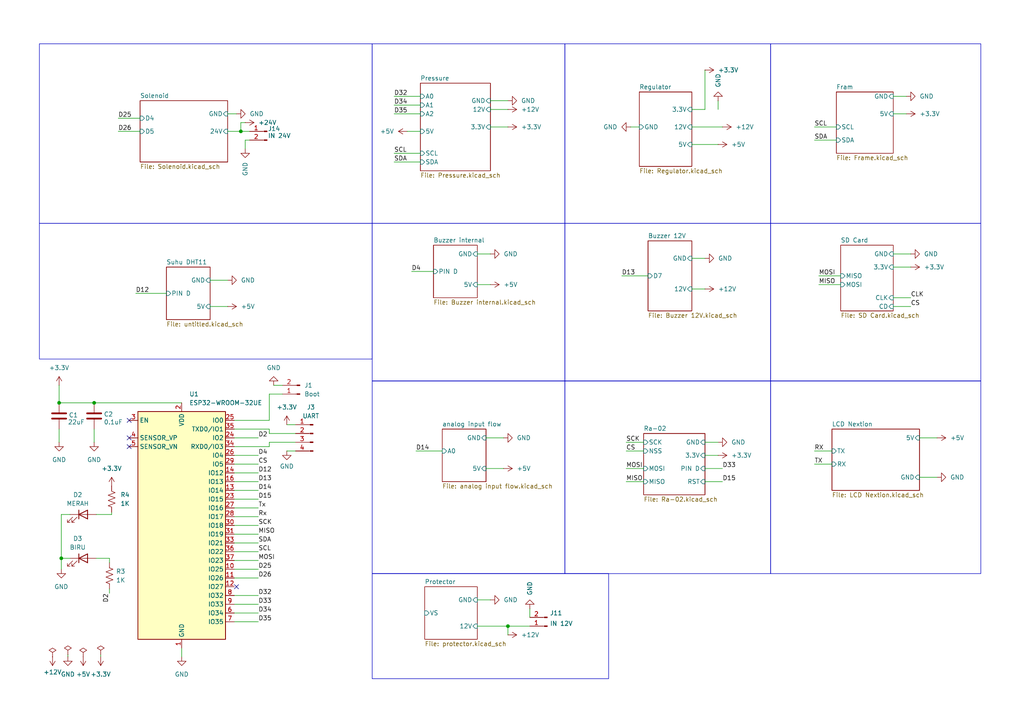
<source format=kicad_sch>
(kicad_sch (version 20231120) (generator "eeschema") (generator_version "8.0")
  (paper "A4")
  (lib_symbols
    (symbol "Connector:Conn_01x02_Pin" (pin_names (offset 1.016) hide)
      (property "Reference" "J" (at 0 2.54 0))
      (property "Value" "Conn_01x02_Pin" (at 0 -5.08 0))
      (symbol "Conn_01x02_Pin_1_1"
        (polyline (pts (xy 1.27 -2.54) (xy 0.8636 -2.54)) (stroke (width 0.1524)))
        (polyline (pts (xy 1.27 0) (xy 0.8636 0)) (stroke (width 0.1524)))
        (rectangle (start 0.8636 -2.413) (end 0 -2.667) (stroke (width 0.1524)) (fill (type outline)))
        (rectangle (start 0.8636 0.127) (end 0 -0.127) (stroke (width 0.1524)) (fill (type outline)))
        (pin passive line (at 5.08 0 180) (length 3.81) (name "Pin_1") (number "1"))
        (pin passive line (at 5.08 -2.54 180) (length 3.81) (name "Pin_2") (number "2"))
      )
    )
    (symbol "Connector:Conn_01x04_Pin" (pin_names (offset 1.016) hide)
      (property "Reference" "J" (at 0 5.08 0))
      (property "Value" "Conn_01x04_Pin" (at 0 -7.62 0))
      (symbol "Conn_01x04_Pin_1_1"
        (polyline (pts (xy 1.27 -5.08) (xy 0.8636 -5.08)) (stroke (width 0.1524)))
        (polyline (pts (xy 1.27 -2.54) (xy 0.8636 -2.54)) (stroke (width 0.1524)))
        (polyline (pts (xy 1.27 0) (xy 0.8636 0)) (stroke (width 0.1524)))
        (polyline (pts (xy 1.27 2.54) (xy 0.8636 2.54)) (stroke (width 0.1524)))
        (rectangle (start 0.8636 -4.953) (end 0 -5.207) (stroke (width 0.1524)) (fill (type outline)))
        (rectangle (start 0.8636 -2.413) (end 0 -2.667) (stroke (width 0.1524)) (fill (type outline)))
        (rectangle (start 0.8636 0.127) (end 0 -0.127) (stroke (width 0.1524)) (fill (type outline)))
        (rectangle (start 0.8636 2.667) (end 0 2.413) (stroke (width 0.1524)) (fill (type outline)))
        (pin passive line (at 5.08 2.54 180) (length 3.81) (name "Pin_1") (number "1"))
        (pin passive line (at 5.08 0 180) (length 3.81) (name "Pin_2") (number "2"))
        (pin passive line (at 5.08 -2.54 180) (length 3.81) (name "Pin_3") (number "3"))
        (pin passive line (at 5.08 -5.08 180) (length 3.81) (name "Pin_4") (number "4"))
      )
    )
    (symbol "Device:C" (pin_numbers hide) (pin_names (offset 0.254))
      (property "Reference" "C" (at 0.635 2.54 0))
      (property "Value" "C" (at 0.635 -2.54 0))
      (symbol "C_0_1"
        (polyline (pts (xy -2.032 -0.762) (xy 2.032 -0.762)) (stroke (width 0.508)))
        (polyline (pts (xy -2.032 0.762) (xy 2.032 0.762)) (stroke (width 0.508)))
      )
      (symbol "C_1_1"
        (pin passive line (at 0 3.81 270) (length 2.794) (name "~") (number "1"))
        (pin passive line (at 0 -3.81 90) (length 2.794) (name "~") (number "2"))
      )
    )
    (symbol "Device:LED" (pin_numbers hide) (pin_names (offset 1.016) hide)
      (property "Reference" "D" (at 0 2.54 0))
      (property "Value" "LED" (at 0 -2.54 0))
      (symbol "LED_0_1"
        (polyline (pts (xy -1.27 -1.27) (xy -1.27 1.27)) (stroke (width 0.254)))
        (polyline (pts (xy -1.27 0) (xy 1.27 0)))
        (polyline (pts (xy 1.27 -1.27) (xy 1.27 1.27) (xy -1.27 0) (xy 1.27 -1.27)) (stroke (width 0.254)))
        (polyline (pts (xy -3.048 -0.762) (xy -4.572 -2.286) (xy -3.81 -2.286) (xy -4.572 -2.286) (xy -4.572 -1.524)))
        (polyline (pts (xy -1.778 -0.762) (xy -3.302 -2.286) (xy -2.54 -2.286) (xy -3.302 -2.286) (xy -3.302 -1.524)))
      )
      (symbol "LED_1_1"
        (pin passive line (at -3.81 0 0) (length 2.54) (name "K") (number "1"))
        (pin passive line (at 3.81 0 180) (length 2.54) (name "A") (number "2"))
      )
    )
    (symbol "Device:R_US" (pin_numbers hide) (pin_names (offset 0))
      (property "Reference" "R" (at 2.54 0 90))
      (property "Value" "R_US" (at -2.54 0 90))
      (symbol "R_US_0_1"
        (polyline (pts (xy 0 -2.286) (xy 0 -2.54)))
        (polyline (pts (xy 0 2.286) (xy 0 2.54)))
        (polyline (pts (xy 0 -0.762) (xy 1.016 -1.143) (xy 0 -1.524) (xy -1.016 -1.905) (xy 0 -2.286)))
        (polyline (pts (xy 0 0.762) (xy 1.016 0.381) (xy 0 0) (xy -1.016 -0.381) (xy 0 -0.762)))
        (polyline (pts (xy 0 2.286) (xy 1.016 1.905) (xy 0 1.524) (xy -1.016 1.143) (xy 0 0.762)))
      )
      (symbol "R_US_1_1"
        (pin passive line (at 0 3.81 270) (length 1.27) (name "~") (number "1"))
        (pin passive line (at 0 -3.81 90) (length 1.27) (name "~") (number "2"))
      )
    )
    (symbol "RF_Module:ESP32-WROOM-32UE"
      (property "Reference" "U" (at -12.7 34.29 0))
      (property "Value" "ESP32-WROOM-32UE" (at 1.27 34.29 0))
      (symbol "ESP32-WROOM-32UE_0_1"
        (rectangle (start -12.7 33.02) (end 12.7 -33.02) (stroke (width 0.254)) (fill (type background)))
      )
      (symbol "ESP32-WROOM-32UE_1_1"
        (pin power_in line (at 0 -35.56 90) (length 2.54) (name "GND") (number "1"))
        (pin bidirectional line (at 15.24 -12.7 180) (length 2.54) (name "IO25") (number "10"))
        (pin bidirectional line (at 15.24 -15.24 180) (length 2.54) (name "IO26") (number "11"))
        (pin bidirectional line (at 15.24 -17.78 180) (length 2.54) (name "IO27") (number "12"))
        (pin bidirectional line (at 15.24 10.16 180) (length 2.54) (name "IO14") (number "13"))
        (pin bidirectional line (at 15.24 15.24 180) (length 2.54) (name "IO12") (number "14"))
        (pin passive line (at 0 -35.56 90) (length 2.54) hide (name "GND") (number "15"))
        (pin bidirectional line (at 15.24 12.7 180) (length 2.54) (name "IO13") (number "16"))
        (pin no_connect line (at -12.7 -5.08 0) (length 2.54) hide (name "NC") (number "17"))
        (pin no_connect line (at -12.7 -7.62 0) (length 2.54) hide (name "NC") (number "18"))
        (pin no_connect line (at -12.7 -12.7 0) (length 2.54) hide (name "NC") (number "19"))
        (pin power_in line (at 0 35.56 270) (length 2.54) (name "VDD") (number "2"))
        (pin no_connect line (at -12.7 -10.16 0) (length 2.54) hide (name "NC") (number "20"))
        (pin no_connect line (at -12.7 0 0) (length 2.54) hide (name "NC") (number "21"))
        (pin no_connect line (at -12.7 -2.54 0) (length 2.54) hide (name "NC") (number "22"))
        (pin bidirectional line (at 15.24 7.62 180) (length 2.54) (name "IO15") (number "23"))
        (pin bidirectional line (at 15.24 25.4 180) (length 2.54) (name "IO2") (number "24"))
        (pin bidirectional line (at 15.24 30.48 180) (length 2.54) (name "IO0") (number "25"))
        (pin bidirectional line (at 15.24 20.32 180) (length 2.54) (name "IO4") (number "26"))
        (pin bidirectional line (at 15.24 5.08 180) (length 2.54) (name "IO16") (number "27"))
        (pin bidirectional line (at 15.24 2.54 180) (length 2.54) (name "IO17") (number "28"))
        (pin bidirectional line (at 15.24 17.78 180) (length 2.54) (name "IO5") (number "29"))
        (pin input line (at -15.24 30.48 0) (length 2.54) (name "EN") (number "3"))
        (pin bidirectional line (at 15.24 0 180) (length 2.54) (name "IO18") (number "30"))
        (pin bidirectional line (at 15.24 -2.54 180) (length 2.54) (name "IO19") (number "31"))
        (pin no_connect line (at -12.7 -27.94 0) (length 2.54) hide (name "NC") (number "32"))
        (pin bidirectional line (at 15.24 -5.08 180) (length 2.54) (name "IO21") (number "33"))
        (pin bidirectional line (at 15.24 22.86 180) (length 2.54) (name "RXD0/IO3") (number "34"))
        (pin bidirectional line (at 15.24 27.94 180) (length 2.54) (name "TXD0/IO1") (number "35"))
        (pin bidirectional line (at 15.24 -7.62 180) (length 2.54) (name "IO22") (number "36"))
        (pin bidirectional line (at 15.24 -10.16 180) (length 2.54) (name "IO23") (number "37"))
        (pin passive line (at 0 -35.56 90) (length 2.54) hide (name "GND") (number "38"))
        (pin passive line (at 0 -35.56 90) (length 2.54) hide (name "GND") (number "39"))
        (pin input line (at -15.24 25.4 0) (length 2.54) (name "SENSOR_VP") (number "4"))
        (pin input line (at -15.24 22.86 0) (length 2.54) (name "SENSOR_VN") (number "5"))
        (pin input line (at 15.24 -25.4 180) (length 2.54) (name "IO34") (number "6"))
        (pin input line (at 15.24 -27.94 180) (length 2.54) (name "IO35") (number "7"))
        (pin bidirectional line (at 15.24 -20.32 180) (length 2.54) (name "IO32") (number "8"))
        (pin bidirectional line (at 15.24 -22.86 180) (length 2.54) (name "IO33") (number "9"))
      )
    )
    (symbol "power:+12V" (power) (pin_numbers hide) (pin_names (offset 0) hide)
      (property "Value" "+12V" (at 0 3.556 0))
      (symbol "+12V_0_1"
        (polyline (pts (xy -0.762 1.27) (xy 0 2.54)))
        (polyline (pts (xy 0 0) (xy 0 2.54)))
        (polyline (pts (xy 0 2.54) (xy 0.762 1.27)))
      )
      (symbol "+12V_1_1"
        (pin power_in line (at 0 0 90) (length 0) (name "~") (number "1"))
      )
    )
    (symbol "power:+3.3V" (power) (pin_numbers hide) (pin_names (offset 0) hide)
      (property "Value" "+3.3V" (at 0 3.556 0))
      (symbol "+3.3V_0_1"
        (polyline (pts (xy -0.762 1.27) (xy 0 2.54)))
        (polyline (pts (xy 0 0) (xy 0 2.54)))
        (polyline (pts (xy 0 2.54) (xy 0.762 1.27)))
      )
      (symbol "+3.3V_1_1"
        (pin power_in line (at 0 0 90) (length 0) (name "~") (number "1"))
      )
    )
    (symbol "power:+5V" (power) (pin_numbers hide) (pin_names (offset 0) hide)
      (property "Value" "+5V" (at 0 3.556 0))
      (symbol "+5V_0_1"
        (polyline (pts (xy -0.762 1.27) (xy 0 2.54)))
        (polyline (pts (xy 0 0) (xy 0 2.54)))
        (polyline (pts (xy 0 2.54) (xy 0.762 1.27)))
      )
      (symbol "+5V_1_1"
        (pin power_in line (at 0 0 90) (length 0) (name "~") (number "1"))
      )
    )
    (symbol "power:GND" (power) (pin_numbers hide) (pin_names (offset 0) hide)
      (property "Value" "GND" (at 0 -3.81 0))
      (symbol "GND_0_1"
        (polyline (pts (xy 0 0) (xy 0 -1.27) (xy 1.27 -1.27) (xy 0 -2.54) (xy -1.27 -1.27) (xy 0 -1.27)))
      )
      (symbol "GND_1_1"
        (pin power_in line (at 0 0 270) (length 0) (name "~") (number "1"))
      )
    )
    (symbol "power:PWR_FLAG" (power) (pin_numbers hide) (pin_names (offset 0) hide)
      (property "Value" "PWR_FLAG" (at 0 3.81 0))
      (symbol "PWR_FLAG_0_0"
        (pin power_out line (at 0 0 90) (length 0) (name "~") (number "1"))
      )
      (symbol "PWR_FLAG_0_1"
        (polyline (pts (xy 0 0) (xy 0 1.27) (xy -1.016 1.905) (xy 0 2.54) (xy 1.016 1.905) (xy 0 1.27)))
      )
    )
  )
  (junction (at 69.85 38.1))
  (junction (at 17.145 116.84))
  (junction (at 27.305 116.84))
  (junction (at 147.32 181.61))
  (junction (at 17.78 161.925))
  (no_connect (at 37.465 129.54))
  (no_connect (at 37.465 127))
  (no_connect (at 68.58 170.18))
  (no_connect (at 37.465 121.92))
  (wire (pts (xy 17.145 124.46) (xy 17.145 128.27)))
  (wire (pts (xy 66.04 38.1) (xy 69.85 38.1)))
  (wire (pts (xy 78.105 128.27) (xy 85.725 128.27)))
  (wire (pts (xy 114.3 46.99) (xy 121.92 46.99)))
  (wire (pts (xy 259.08 77.47) (xy 264.16 77.47)))
  (wire (pts (xy 39.37 85.09) (xy 48.26 85.09)))
  (wire (pts (xy 236.22 40.64) (xy 242.57 40.64)))
  (wire (pts (xy 66.04 33.02) (xy 68.58 33.02)))
  (wire (pts (xy 142.24 36.83) (xy 147.32 36.83)))
  (wire (pts (xy 34.29 34.29) (xy 40.64 34.29)))
  (wire (pts (xy 200.66 74.93) (xy 204.47 74.93)))
  (wire (pts (xy 138.43 181.61) (xy 147.32 181.61)))
  (wire (pts (xy 204.47 139.7) (xy 209.55 139.7)))
  (wire (pts (xy 67.945 180.34) (xy 74.93 180.34)))
  (wire (pts (xy 181.61 139.7) (xy 186.69 139.7)))
  (wire (pts (xy 31.75 163.195) (xy 31.75 161.925)))
  (wire (pts (xy 200.66 36.83) (xy 209.55 36.83)))
  (wire (pts (xy 114.3 33.02) (xy 121.92 33.02)))
  (wire (pts (xy 78.105 124.46) (xy 78.105 125.73)))
  (wire (pts (xy 29.21 189.865) (xy 29.21 190.5)))
  (wire (pts (xy 259.08 88.9) (xy 264.16 88.9)))
  (wire (pts (xy 138.43 173.99) (xy 142.24 173.99)))
  (wire (pts (xy 67.945 172.72) (xy 74.93 172.72)))
  (wire (pts (xy 52.705 187.96) (xy 52.705 190.5)))
  (wire (pts (xy 71.12 43.18) (xy 71.12 40.64)))
  (wire (pts (xy 259.08 86.36) (xy 264.16 86.36)))
  (wire (pts (xy 69.85 38.1) (xy 72.39 38.1)))
  (wire (pts (xy 67.945 144.78) (xy 74.93 144.78)))
  (wire (pts (xy 182.88 36.83) (xy 185.42 36.83)))
  (wire (pts (xy 266.7 138.43) (xy 271.78 138.43)))
  (wire (pts (xy 114.3 27.94) (xy 121.92 27.94)))
  (wire (pts (xy 17.145 111.76) (xy 17.145 116.84)))
  (wire (pts (xy 71.12 40.64) (xy 72.39 40.64)))
  (wire (pts (xy 120.65 130.81) (xy 128.27 130.81)))
  (wire (pts (xy 78.105 128.27) (xy 78.105 129.54)))
  (wire (pts (xy 236.22 130.81) (xy 241.3 130.81)))
  (wire (pts (xy 67.945 157.48) (xy 74.93 157.48)))
  (wire (pts (xy 200.66 31.75) (xy 204.47 31.75)))
  (wire (pts (xy 60.96 81.28) (xy 66.04 81.28)))
  (wire (pts (xy 114.3 44.45) (xy 121.92 44.45)))
  (wire (pts (xy 27.305 124.46) (xy 27.305 128.27)))
  (wire (pts (xy 140.97 127) (xy 146.05 127)))
  (wire (pts (xy 200.66 41.91) (xy 208.28 41.91)))
  (wire (pts (xy 71.12 35.56) (xy 69.85 35.56)))
  (wire (pts (xy 81.915 114.3) (xy 78.105 114.3)))
  (wire (pts (xy 19.685 189.865) (xy 19.685 190.5)))
  (wire (pts (xy 85.725 123.19) (xy 83.185 123.19)))
  (wire (pts (xy 83.185 130.81) (xy 85.725 130.81)))
  (wire (pts (xy 67.945 124.46) (xy 78.105 124.46)))
  (wire (pts (xy 266.7 127) (xy 271.78 127)))
  (wire (pts (xy 78.105 121.92) (xy 67.945 121.92)))
  (wire (pts (xy 17.78 161.925) (xy 17.78 165.1)))
  (wire (pts (xy 67.945 162.56) (xy 74.93 162.56)))
  (wire (pts (xy 67.945 149.86) (xy 74.93 149.86)))
  (wire (pts (xy 119.38 78.74) (xy 125.73 78.74)))
  (wire (pts (xy 67.945 154.94) (xy 74.93 154.94)))
  (wire (pts (xy 259.08 33.02) (xy 262.89 33.02)))
  (wire (pts (xy 181.61 128.27) (xy 186.69 128.27)))
  (wire (pts (xy 67.945 160.02) (xy 74.93 160.02)))
  (wire (pts (xy 204.47 31.75) (xy 204.47 20.32)))
  (wire (pts (xy 78.105 129.54) (xy 67.945 129.54)))
  (wire (pts (xy 237.49 82.55) (xy 243.84 82.55)))
  (wire (pts (xy 204.47 135.89) (xy 209.55 135.89)))
  (wire (pts (xy 236.22 134.62) (xy 241.3 134.62)))
  (wire (pts (xy 204.47 128.27) (xy 208.28 128.27)))
  (wire (pts (xy 236.22 36.83) (xy 242.57 36.83)))
  (wire (pts (xy 114.3 30.48) (xy 121.92 30.48)))
  (wire (pts (xy 142.24 31.75) (xy 147.32 31.75)))
  (wire (pts (xy 180.34 80.01) (xy 187.96 80.01)))
  (wire (pts (xy 67.945 177.8) (xy 74.93 177.8)))
  (wire (pts (xy 67.945 137.16) (xy 74.93 137.16)))
  (wire (pts (xy 31.75 161.925) (xy 27.94 161.925)))
  (wire (pts (xy 118.11 38.1) (xy 121.92 38.1)))
  (wire (pts (xy 67.945 132.08) (xy 74.93 132.08)))
  (wire (pts (xy 67.945 165.1) (xy 74.93 165.1)))
  (wire (pts (xy 67.945 152.4) (xy 74.93 152.4)))
  (wire (pts (xy 31.75 172.085) (xy 31.75 170.815)))
  (wire (pts (xy 153.67 176.53) (xy 153.67 179.07)))
  (wire (pts (xy 32.385 149.225) (xy 27.94 149.225)))
  (wire (pts (xy 140.97 135.89) (xy 146.05 135.89)))
  (wire (pts (xy 142.24 29.21) (xy 147.32 29.21)))
  (wire (pts (xy 34.29 38.1) (xy 40.64 38.1)))
  (wire (pts (xy 138.43 73.66) (xy 142.24 73.66)))
  (wire (pts (xy 147.32 181.61) (xy 153.67 181.61)))
  (wire (pts (xy 67.945 134.62) (xy 74.93 134.62)))
  (wire (pts (xy 17.78 161.925) (xy 20.32 161.925)))
  (wire (pts (xy 259.08 27.94) (xy 262.89 27.94)))
  (wire (pts (xy 181.61 135.89) (xy 186.69 135.89)))
  (wire (pts (xy 259.08 73.66) (xy 264.16 73.66)))
  (wire (pts (xy 147.32 181.61) (xy 147.32 184.15)))
  (wire (pts (xy 67.945 139.7) (xy 74.93 139.7)))
  (wire (pts (xy 60.96 88.9) (xy 66.04 88.9)))
  (wire (pts (xy 67.945 127) (xy 74.93 127)))
  (wire (pts (xy 138.43 82.55) (xy 142.24 82.55)))
  (wire (pts (xy 208.28 29.21) (xy 208.28 31.75)))
  (wire (pts (xy 67.945 167.64) (xy 74.93 167.64)))
  (wire (pts (xy 67.945 175.26) (xy 74.93 175.26)))
  (wire (pts (xy 78.105 114.3) (xy 78.105 121.92)))
  (wire (pts (xy 17.145 116.84) (xy 27.305 116.84)))
  (wire (pts (xy 74.93 142.24) (xy 67.945 142.24)))
  (wire (pts (xy 79.375 111.76) (xy 81.915 111.76)))
  (wire (pts (xy 204.47 132.08) (xy 208.28 132.08)))
  (wire (pts (xy 181.61 130.81) (xy 186.69 130.81)))
  (wire (pts (xy 32.385 148.59) (xy 32.385 149.225)))
  (wire (pts (xy 27.305 116.84) (xy 52.705 116.84)))
  (wire (pts (xy 200.66 83.82) (xy 204.47 83.82)))
  (wire (pts (xy 20.32 149.225) (xy 17.78 149.225)))
  (wire (pts (xy 69.85 35.56) (xy 69.85 38.1)))
  (wire (pts (xy 67.945 147.32) (xy 74.93 147.32)))
  (wire (pts (xy 237.49 80.01) (xy 243.84 80.01)))
  (wire (pts (xy 78.105 125.73) (xy 85.725 125.73)))
  (wire (pts (xy 17.78 149.225) (xy 17.78 161.925)))
  (rectangle (start 163.83 110.49) (end 223.52 166.37))
  (rectangle (start 223.52 12.7) (end 284.48 64.77))
  (rectangle (start 11.43 64.77) (end 107.95 104.14))
  (rectangle (start 107.95 64.77) (end 163.83 110.49))
  (rectangle (start 223.52 110.49) (end 284.48 166.37))
  (rectangle (start 11.43 12.7) (end 107.95 64.77))
  (rectangle (start 163.83 12.7) (end 223.52 64.77))
  (rectangle (start 107.95 110.49) (end 163.83 166.37))
  (rectangle (start 107.95 166.37) (end 176.53 196.85))
  (rectangle (start 107.95 12.7) (end 163.83 64.77))
  (rectangle (start 163.83 64.77) (end 223.52 110.49))
  (rectangle (start 223.52 64.77) (end 284.48 110.49))
  (label "D4" (at 119.38 78.74 0))
  (label "Tx" (at 74.93 147.32 0))
  (label "MISO" (at 181.61 139.7 0))
  (label "D26" (at 34.29 38.1 0))
  (label "D35" (at 74.93 180.34 0))
  (label "SCL" (at 114.3 44.45 0))
  (label "MOSI" (at 74.93 162.56 0))
  (label "SCK" (at 181.61 128.27 0))
  (label "SDA" (at 236.22 40.64 0))
  (label "CS" (at 264.16 88.9 0))
  (label "D13" (at 180.34 80.01 0))
  (label "SCL" (at 74.93 160.02 0))
  (label "CS" (at 74.93 134.62 0))
  (label "SDA" (at 114.3 46.99 0))
  (label "D32" (at 114.3 27.94 0))
  (label "D14" (at 74.93 142.24 0))
  (label "D25" (at 34.29 34.29 0))
  (label "MISO" (at 237.49 82.55 0))
  (label "D14" (at 120.65 130.81 0))
  (label "D4" (at 74.93 132.08 0))
  (label "D35" (at 114.3 33.02 0))
  (label "SDA" (at 74.93 157.48 0))
  (label "D15" (at 209.55 139.7 0))
  (label "D26" (at 74.93 167.64 0))
  (label "CLK" (at 264.16 86.36 0))
  (label "D34" (at 114.3 30.48 0))
  (label "D12" (at 39.37 85.09 0))
  (label "TX" (at 236.22 134.62 0))
  (label "SCL" (at 236.22 36.83 0))
  (label "MISO" (at 74.93 154.94 0))
  (label "D33" (at 209.55 135.89 0))
  (label "D25" (at 74.93 165.1 0))
  (label "CS" (at 181.61 130.81 0))
  (label "MOSI" (at 237.49 80.01 0))
  (label "Rx" (at 74.93 149.86 0))
  (label "D13" (at 74.93 139.7 0))
  (label "D12" (at 74.93 137.16 0))
  (label "RX" (at 236.22 130.81 0))
  (label "D33" (at 74.93 175.26 0))
  (label "D32" (at 74.93 172.72 0))
  (label "D2" (at 31.75 172.085 270))
  (label "D15" (at 74.93 144.78 0))
  (label "MOSI" (at 181.61 135.89 0))
  (label "D34" (at 74.93 177.8 0))
  (label "D2" (at 74.93 127 0))
  (label "SCK" (at 74.93 152.4 0))
  (symbol (lib_id "power:PWR_FLAG") (at 24.13 190.5 0) (unit 1)
    (property "Reference" "#FLG03" (effects (hide yes)))
    (property "Value" "PWR_FLAG" (effects (hide yes)))
    (property "Description" "Special symbol for telling ERC where power comes from" (effects (hide yes)))
  )
  (symbol (lib_id "Connector:Conn_01x02_Pin") (at 86.995 114.3 180) (unit 1)
    (property "Reference" "J1" (at 88.265 111.7599 0) (effects (justify right)))
    (property "Value" "Boot" (at 88.265 114.2999 0) (effects (justify right)))
    (property "Footprint" "Connector_PinHeader_2.54mm:PinHeader_1x02_P2.54mm_Vertical" (effects (hide yes)))
    (property "Description" "Generic connector, single row, 01x02, script generated" (effects (hide yes)))
  )
  (symbol (lib_id "power:GND") (at 66.04 81.28 90) (unit 1)
    (property "Reference" "#PWR034" (effects (hide yes)))
    (property "Value" "GND" (at 69.85 81.2799 90) (effects (justify right)))
    (property "Description" "Power symbol creates a global label with name \"GND\" , ground" (effects (hide yes)))
  )
  (symbol (lib_id "Device:C") (at 17.145 120.65 0) (unit 1)
    (property "Reference" "C1" (at 19.939 120.396 0) (effects (justify left)))
    (property "Value" "22uF" (at 19.685 122.428 0) (effects (justify left)))
    (property "Footprint" "Capacitor_SMD:C_0504_1310Metric_Pad0.83x1.28mm_HandSolder" (effects (hide yes)))
    (property "Description" "Unpolarized capacitor" (effects (hide yes)))
  )
  (symbol (lib_id "power:GND") (at 17.78 165.1 0) (unit 1)
    (property "Reference" "#PWR04" (effects (hide yes)))
    (property "Value" "GND" (at 17.78 170.18 0))
    (property "Description" "Power symbol creates a global label with name \"GND\" , ground" (effects (hide yes)))
  )
  (symbol (lib_id "power:PWR_FLAG") (at 19.685 189.865 0) (unit 1)
    (property "Reference" "#FLG02" (effects (hide yes)))
    (property "Value" "PWR_FLAG" (effects (hide yes)))
    (property "Description" "Special symbol for telling ERC where power comes from" (effects (hide yes)))
  )
  (symbol (lib_id "Device:R_US") (at 31.75 167.005 0) (unit 1)
    (property "Reference" "R3" (at 33.655 165.7349 0) (effects (justify left)))
    (property "Value" "1K" (at 33.655 168.2749 0) (effects (justify left)))
    (property "Footprint" "Resistor_SMD:R_0402_1005Metric_Pad0.72x0.64mm_HandSolder" (effects (hide yes)))
    (property "Description" "Resistor, US symbol" (effects (hide yes)))
  )
  (symbol (lib_id "power:+3.3V") (at 208.28 132.08 270) (unit 1)
    (property "Reference" "#PWR015" (effects (hide yes)))
    (property "Value" "+3.3V" (at 212.09 132.0799 90) (effects (justify left)))
    (property "Description" "Power symbol creates a global label with name \"+3.3V\"" (effects (hide yes)))
  )
  (symbol (lib_id "power:GND") (at 271.78 138.43 90) (unit 1)
    (property "Reference" "#PWR022" (effects (hide yes)))
    (property "Value" "GND" (at 275.59 138.4299 90) (effects (justify right)))
    (property "Description" "Power symbol creates a global label with name \"GND\" , ground" (effects (hide yes)))
  )
  (symbol (lib_id "power:GND") (at 204.47 74.93 90) (unit 1)
    (property "Reference" "#PWR036" (effects (hide yes)))
    (property "Value" "GND" (at 208.28 74.9299 90) (effects (justify right)))
    (property "Description" "Power symbol creates a global label with name \"GND\" , ground" (effects (hide yes)))
  )
  (symbol (lib_id "power:+3.3V") (at 264.16 77.47 270) (unit 1)
    (property "Reference" "#PWR026" (effects (hide yes)))
    (property "Value" "+3.3V" (at 267.97 77.4699 90) (effects (justify left)))
    (property "Description" "Power symbol creates a global label with name \"+3.3V\"" (effects (hide yes)))
  )
  (symbol (lib_id "power:GND") (at 71.12 43.18 0) (unit 1)
    (property "Reference" "#PWR045" (effects (hide yes)))
    (property "Value" "GND" (at 71.1201 46.99 90) (effects (justify right)))
    (property "Description" "Power symbol creates a global label with name \"GND\" , ground" (effects (hide yes)))
  )
  (symbol (lib_id "power:+5V") (at 209.55 36.83 270) (unit 1)
    (property "Reference" "#PWR033" (effects (hide yes)))
    (property "Value" "+12V" (at 213.36 36.8299 90) (effects (justify left)))
    (property "Description" "Power symbol creates a global label with name \"+5V\"" (effects (hide yes)))
  )
  (symbol (lib_id "power:GND") (at 17.145 128.27 0) (unit 1)
    (property "Reference" "#PWR03" (effects (hide yes)))
    (property "Value" "GND" (at 17.145 133.35 0))
    (property "Description" "Power symbol creates a global label with name \"GND\" , ground" (effects (hide yes)))
  )
  (symbol (lib_id "power:GND") (at 208.28 128.27 90) (unit 1)
    (property "Reference" "#PWR014" (effects (hide yes)))
    (property "Value" "GND" (at 212.09 128.2699 90) (effects (justify right)))
    (property "Description" "Power symbol creates a global label with name \"GND\" , ground" (effects (hide yes)))
  )
  (symbol (lib_id "power:GND") (at 146.05 127 90) (unit 1)
    (property "Reference" "#PWR038" (effects (hide yes)))
    (property "Value" "GND" (at 149.86 126.9999 90) (effects (justify right)))
    (property "Description" "Power symbol creates a global label with name \"GND\" , ground" (effects (hide yes)))
  )
  (symbol (lib_id "power:GND") (at 52.705 190.5 0) (unit 1)
    (property "Reference" "#PWR010" (effects (hide yes)))
    (property "Value" "GND" (at 52.705 195.58 0))
    (property "Description" "Power symbol creates a global label with name \"GND\" , ground" (effects (hide yes)))
  )
  (symbol (lib_id "power:GND") (at 142.24 73.66 90) (unit 1)
    (property "Reference" "#PWR024" (effects (hide yes)))
    (property "Value" "GND" (at 146.05 73.6599 90) (effects (justify right)))
    (property "Description" "Power symbol creates a global label with name \"GND\" , ground" (effects (hide yes)))
  )
  (symbol (lib_id "power:+5V") (at 208.28 41.91 270) (unit 1)
    (property "Reference" "#PWR032" (effects (hide yes)))
    (property "Value" "+5V" (at 212.09 41.9099 90) (effects (justify left)))
    (property "Description" "Power symbol creates a global label with name \"+5V\"" (effects (hide yes)))
  )
  (symbol (lib_id "Connector:Conn_01x02_Pin") (at 158.75 181.61 180) (unit 1)
    (property "Reference" "J11" (at 161.29 177.8 0))
    (property "Value" "IN 12V" (at 162.814 180.848 0))
    (property "Footprint" "Connector_JST:JST_EH_B2B-EH-A_1x02_P2.50mm_Vertical" (effects (hide yes)))
    (property "Description" "Generic connector, single row, 01x02, script generated" (effects (hide yes)))
  )
  (symbol (lib_id "power:+5V") (at 146.05 135.89 270) (unit 1)
    (property "Reference" "#PWR039" (effects (hide yes)))
    (property "Value" "+5V" (at 149.86 135.8899 90) (effects (justify left)))
    (property "Description" "Power symbol creates a global label with name \"+5V\"" (effects (hide yes)))
  )
  (symbol (lib_id "power:+5V") (at 147.32 31.75 270) (unit 1)
    (property "Reference" "#PWR043" (effects (hide yes)))
    (property "Value" "+12V" (at 151.13 31.7499 90) (effects (justify left)))
    (property "Description" "Power symbol creates a global label with name \"+5V\"" (effects (hide yes)))
  )
  (symbol (lib_id "Device:LED") (at 24.13 161.925 0) (unit 1)
    (property "Reference" "D3" (at 22.5425 156.21 0))
    (property "Value" "BIRU" (at 22.5425 158.75 0))
    (property "Footprint" "LED_SMD:LED_0402_1005Metric_Pad0.77x0.64mm_HandSolder" (effects (hide yes)))
    (property "Description" "Light emitting diode" (effects (hide yes)))
  )
  (symbol (lib_id "power:GND") (at 19.685 190.5 0) (unit 1)
    (property "Reference" "#PWR05" (effects (hide yes)))
    (property "Value" "GND" (at 19.685 195.58 0))
    (property "Description" "Power symbol creates a global label with name \"GND\" , ground" (effects (hide yes)))
  )
  (symbol (lib_id "power:GND") (at 27.305 128.27 0) (unit 1)
    (property "Reference" "#PWR07" (effects (hide yes)))
    (property "Value" "GND" (at 27.305 133.35 0))
    (property "Description" "Power symbol creates a global label with name \"GND\" , ground" (effects (hide yes)))
  )
  (symbol (lib_id "RF_Module:ESP32-WROOM-32UE") (at 52.705 152.4 0) (unit 1)
    (property "Reference" "U1" (at 54.8991 114.3 0) (effects (justify left)))
    (property "Value" "ESP32-WROOM-32UE" (at 54.8991 116.84 0) (effects (justify left)))
    (property "Footprint" "RF_Module:ESP32-WROOM-32UE" (effects (hide yes)))
    (property "Datasheet" "https://www.espressif.com/sites/default/files/documentation/esp32-wroom-32e_esp32-wroom-32ue_datasheet_en.pdf" (effects (hide yes)))
    (property "Description" "RF Module, ESP32-D0WD-V3 SoC, without PSRAM, Wi-Fi 802.11b/g/n, Bluetooth, BLE, 32-bit, 2.7-3.6V, external antenna, SMD" (effects (hide yes)))
  )
  (symbol (lib_id "power:+3.3V") (at 83.185 123.19 0) (unit 1)
    (property "Reference" "#PWR012" (effects (hide yes)))
    (property "Value" "+3.3V" (at 83.185 118.11 0))
    (property "Description" "Power symbol creates a global label with name \"+3.3V\"" (effects (hide yes)))
  )
  (symbol (lib_id "power:GND") (at 208.28 29.21 0) (mirror x) (unit 1)
    (property "Reference" "#PWR030" (effects (hide yes)))
    (property "Value" "GND" (at 208.2801 25.4 90) (effects (justify right)))
    (property "Description" "Power symbol creates a global label with name \"GND\" , ground" (effects (hide yes)))
  )
  (symbol (lib_id "power:GND") (at 264.16 73.66 90) (unit 1)
    (property "Reference" "#PWR025" (effects (hide yes)))
    (property "Value" "GND" (at 267.97 73.6599 90) (effects (justify right)))
    (property "Description" "Power symbol creates a global label with name \"GND\" , ground" (effects (hide yes)))
  )
  (symbol (lib_id "power:+3.3V") (at 204.47 20.32 270) (unit 1)
    (property "Reference" "#PWR031" (effects (hide yes)))
    (property "Value" "+3.3V" (at 208.28 20.3199 90) (effects (justify left)))
    (property "Description" "Power symbol creates a global label with name \"+3.3V\"" (effects (hide yes)))
  )
  (symbol (lib_id "power:+3.3V") (at 147.32 36.83 270) (unit 1)
    (property "Reference" "#PWR041" (effects (hide yes)))
    (property "Value" "+3.3V" (at 151.13 36.8299 90) (effects (justify left)))
    (property "Description" "Power symbol creates a global label with name \"+3.3V\"" (effects (hide yes)))
  )
  (symbol (lib_id "power:+3.3V") (at 17.145 111.76 0) (unit 1)
    (property "Reference" "#PWR02" (effects (hide yes)))
    (property "Value" "+3.3V" (at 17.145 106.68 0))
    (property "Description" "Power symbol creates a global label with name \"+3.3V\"" (effects (hide yes)))
  )
  (symbol (lib_id "power:+5V") (at 118.11 38.1 90) (mirror x) (unit 1)
    (property "Reference" "#PWR042" (effects (hide yes)))
    (property "Value" "+5V" (at 114.3 38.0999 90) (effects (justify left)))
    (property "Description" "Power symbol creates a global label with name \"+5V\"" (effects (hide yes)))
  )
  (symbol (lib_id "Device:LED") (at 24.13 149.225 0) (unit 1)
    (property "Reference" "D2" (at 22.5425 143.51 0))
    (property "Value" "MERAH" (at 22.5425 146.05 0))
    (property "Footprint" "LED_SMD:LED_0402_1005Metric_Pad0.77x0.64mm_HandSolder" (effects (hide yes)))
    (property "Description" "Light emitting diode" (effects (hide yes)))
  )
  (symbol (lib_id "power:GND") (at 147.32 29.21 90) (unit 1)
    (property "Reference" "#PWR040" (effects (hide yes)))
    (property "Value" "GND" (at 151.13 29.2099 90) (effects (justify right)))
    (property "Description" "Power symbol creates a global label with name \"GND\" , ground" (effects (hide yes)))
  )
  (symbol (lib_id "power:+5V") (at 204.47 83.82 270) (unit 1)
    (property "Reference" "#PWR037" (effects (hide yes)))
    (property "Value" "+12V" (at 208.28 83.8199 90) (effects (justify left)))
    (property "Description" "Power symbol creates a global label with name \"+5V\"" (effects (hide yes)))
  )
  (symbol (lib_id "power:+3.3V") (at 32.385 140.97 0) (unit 1)
    (property "Reference" "#PWR09" (effects (hide yes)))
    (property "Value" "+3.3V" (at 32.385 135.89 0))
    (property "Description" "Power symbol creates a global label with name \"+3.3V\"" (effects (hide yes)))
  )
  (symbol (lib_id "Connector:Conn_01x04_Pin") (at 90.805 125.73 0) (mirror y) (unit 1)
    (property "Reference" "J3" (at 90.17 118.11 0))
    (property "Value" "UART" (at 90.17 120.65 0))
    (property "Footprint" "Connector_PinHeader_1.27mm:PinHeader_1x04_P1.27mm_Vertical" (effects (hide yes)))
    (property "Description" "Generic connector, single row, 01x04, script generated" (effects (hide yes)))
  )
  (symbol (lib_id "power:+12V") (at 147.32 184.15 270) (unit 1)
    (property "Reference" "#PWR048" (effects (hide yes)))
    (property "Value" "+12V" (at 151.13 184.1499 90) (effects (justify left)))
    (property "Description" "Power symbol creates a global label with name \"+12V\"" (effects (hide yes)))
  )
  (symbol (lib_id "power:GND") (at 142.24 173.99 90) (unit 1)
    (property "Reference" "#PWR047" (effects (hide yes)))
    (property "Value" "GND" (at 146.05 173.9899 90) (effects (justify right)))
    (property "Description" "Power symbol creates a global label with name \"GND\" , ground" (effects (hide yes)))
  )
  (symbol (lib_id "power:GND") (at 83.185 130.81 0) (unit 1)
    (property "Reference" "#PWR013" (effects (hide yes)))
    (property "Value" "GND" (at 83.185 135.255 0))
    (property "Description" "Power symbol creates a global label with name \"GND\" , ground" (effects (hide yes)))
  )
  (symbol (lib_id "power:+5V") (at 66.04 88.9 270) (unit 1)
    (property "Reference" "#PWR035" (effects (hide yes)))
    (property "Value" "+5V" (at 69.85 88.8999 90) (effects (justify left)))
    (property "Description" "Power symbol creates a global label with name \"+5V\"" (effects (hide yes)))
  )
  (symbol (lib_id "power:+5V") (at 24.13 190.5 180) (unit 1)
    (property "Reference" "#PWR06" (effects (hide yes)))
    (property "Value" "+5V" (at 24.13 195.58 0))
    (property "Description" "Power symbol creates a global label with name \"+5V\"" (effects (hide yes)))
  )
  (symbol (lib_id "Device:R_US") (at 32.385 144.78 0) (unit 1)
    (property "Reference" "R4" (at 34.925 143.5099 0) (effects (justify left)))
    (property "Value" "1K" (at 34.925 146.0499 0) (effects (justify left)))
    (property "Footprint" "Resistor_SMD:R_0402_1005Metric_Pad0.72x0.64mm_HandSolder" (effects (hide yes)))
    (property "Description" "Resistor, US symbol" (effects (hide yes)))
  )
  (symbol (lib_id "power:+5V") (at 142.24 82.55 270) (unit 1)
    (property "Reference" "#PWR023" (effects (hide yes)))
    (property "Value" "+5V" (at 146.05 82.5499 90) (effects (justify left)))
    (property "Description" "Power symbol creates a global label with name \"+5V\"" (effects (hide yes)))
  )
  (symbol (lib_id "power:+12V") (at 15.24 190.5 180) (unit 1)
    (property "Reference" "#PWR01" (effects (hide yes)))
    (property "Value" "+12V" (at 15.24 194.945 0))
    (property "Description" "Power symbol creates a global label with name \"+12V\"" (effects (hide yes)))
  )
  (symbol (lib_id "power:PWR_FLAG") (at 15.24 190.5 0) (unit 1)
    (property "Reference" "#FLG01" (effects (hide yes)))
    (property "Value" "PWR_FLAG" (effects (hide yes)))
    (property "Description" "Special symbol for telling ERC where power comes from" (effects (hide yes)))
  )
  (symbol (lib_id "power:+3.3V") (at 262.89 33.02 270) (unit 1)
    (property "Reference" "#PWR028" (effects (hide yes)))
    (property "Value" "+3.3V" (at 266.7 33.0199 90) (effects (justify left)))
    (property "Description" "Power symbol creates a global label with name \"+3.3V\"" (effects (hide yes)))
  )
  (symbol (lib_id "power:GND") (at 182.88 36.83 270) (mirror x) (unit 1)
    (property "Reference" "#PWR029" (effects (hide yes)))
    (property "Value" "GND" (at 179.07 36.8299 90) (effects (justify right)))
    (property "Description" "Power symbol creates a global label with name \"GND\" , ground" (effects (hide yes)))
  )
  (symbol (lib_id "Device:C") (at 27.305 120.65 0) (unit 1)
    (property "Reference" "C2" (at 30.099 120.142 0) (effects (justify left)))
    (property "Value" "0.1uF" (at 30.099 122.428 0) (effects (justify left)))
    (property "Footprint" "Capacitor_SMD:C_0504_1310Metric_Pad0.83x1.28mm_HandSolder" (effects (hide yes)))
    (property "Description" "Unpolarized capacitor" (effects (hide yes)))
  )
  (symbol (lib_id "power:+5V") (at 271.78 127 270) (unit 1)
    (property "Reference" "#PWR021" (effects (hide yes)))
    (property "Value" "+5V" (at 275.59 126.9999 90) (effects (justify left)))
    (property "Description" "Power symbol creates a global label with name \"+5V\"" (effects (hide yes)))
  )
  (symbol (lib_id "power:PWR_FLAG") (at 29.21 189.865 0) (unit 1)
    (property "Reference" "#FLG04" (effects (hide yes)))
    (property "Value" "PWR_FLAG" (effects (hide yes)))
    (property "Description" "Special symbol for telling ERC where power comes from" (effects (hide yes)))
  )
  (symbol (lib_id "power:GND") (at 79.375 111.76 180) (unit 1)
    (property "Reference" "#PWR011" (effects (hide yes)))
    (property "Value" "GND" (at 79.375 106.68 0))
    (property "Description" "Power symbol creates a global label with name \"GND\" , ground" (effects (hide yes)))
  )
  (symbol (lib_id "power:GND") (at 262.89 27.94 90) (unit 1)
    (property "Reference" "#PWR027" (effects (hide yes)))
    (property "Value" "GND" (at 266.7 27.9399 90) (effects (justify right)))
    (property "Description" "Power symbol creates a global label with name \"GND\" , ground" (effects (hide yes)))
  )
  (symbol (lib_id "Connector:Conn_01x02_Pin") (at 77.47 38.1 0) (mirror y) (unit 1)
    (property "Reference" "J14" (at 79.502 37.338 0))
    (property "Value" "IN 24V" (at 81.026 39.37 0))
    (property "Footprint" "Connector_Molex:Molex_KK-396_5273-02A_1x02_P3.96mm_Vertical" (effects (hide yes)))
    (property "Description" "Generic connector, single row, 01x02, script generated" (effects (hide yes)))
  )
  (symbol (lib_id "power:+3.3V") (at 29.21 190.5 180) (unit 1)
    (property "Reference" "#PWR08" (effects (hide yes)))
    (property "Value" "+3.3V" (at 29.21 195.58 0))
    (property "Description" "Power symbol creates a global label with name \"+3.3V\"" (effects (hide yes)))
  )
  (symbol (lib_id "power:+5V") (at 71.12 35.56 270) (unit 1)
    (property "Reference" "#PWR046" (effects (hide yes)))
    (property "Value" "+24V" (at 74.93 35.5599 90) (effects (justify left)))
    (property "Description" "Power symbol creates a global label with name \"+5V\"" (effects (hide yes)))
  )
  (symbol (lib_id "power:GND") (at 68.58 33.02 90) (unit 1)
    (property "Reference" "#PWR044" (effects (hide yes)))
    (property "Value" "GND" (at 72.39 33.0199 90) (effects (justify right)))
    (property "Description" "Power symbol creates a global label with name \"GND\" , ground" (effects (hide yes)))
  )
  (symbol (lib_id "power:GND") (at 153.67 176.53 0) (mirror x) (unit 1)
    (property "Reference" "#PWR049" (effects (hide yes)))
    (property "Value" "GND" (at 153.6701 172.72 90) (effects (justify right)))
    (property "Description" "Power symbol creates a global label with name \"GND\" , ground" (effects (hide yes)))
  )
  (sheet (at 243.84 71.12) (size 15.24 19.05) (stroke (width 0.1524))
    (property "Sheetname" "SD Card" (at 243.84 70.4084 0) (effects (justify left bottom)))
    (property "Sheetfile" "SD Card.kicad_sch" (at 243.84 90.7546 0) (effects (justify left top)))
    (pin "3.3V" input (at 259.08 77.47 0))
    (pin "GND" input (at 259.08 73.66 0))
    (pin "MOSI" input (at 243.84 82.55 180))
    (pin "CLK" input (at 259.08 86.36 0))
    (pin "CD" input (at 259.08 88.9 0))
    (pin "MISO" input (at 243.84 80.01 180))
  )
  (sheet (at 121.92 24.13) (size 20.32 25.4) (stroke (width 0.1524))
    (property "Sheetname" "Pressure" (at 121.92 23.4184 0) (effects (justify left bottom)))
    (property "Sheetfile" "Pressure.kicad_sch" (at 121.92 50.1146 0) (effects (justify left top)))
    (pin "3.3V" input (at 142.24 36.83 0))
    (pin "A0" input (at 121.92 27.94 180))
    (pin "SDA" input (at 121.92 46.99 180))
    (pin "SCL" input (at 121.92 44.45 180))
    (pin "A1" input (at 121.92 30.48 180))
    (pin "GND" input (at 142.24 29.21 0))
    (pin "12V" input (at 142.24 31.75 0))
    (pin "5V" input (at 121.92 38.1 180))
    (pin "A2" input (at 121.92 33.02 180))
  )
  (sheet (at 186.69 125.73) (size 17.78 17.78) (stroke (width 0.1524))
    (property "Sheetname" "Ra-02" (at 186.69 125.0184 0) (effects (justify left bottom)))
    (property "Sheetfile" "Ra-02.kicad_sch" (at 186.69 144.0946 0) (effects (justify left top)))
    (pin "RST" input (at 204.47 139.7 0))
    (pin "MISO" input (at 186.69 139.7 180))
    (pin "SCK" input (at 186.69 128.27 180))
    (pin "MOSI" input (at 186.69 135.89 180))
    (pin "NSS" input (at 186.69 130.81 180))
    (pin "GND" input (at 204.47 128.27 0))
    (pin "3.3V" input (at 204.47 132.08 0))
    (pin "PIN D" input (at 204.47 135.89 0))
  )
  (sheet (at 187.96 69.85) (size 12.7 20.32) (stroke (width 0.1524))
    (property "Sheetname" "Buzzer 12V" (at 187.96 69.1384 0) (effects (justify left bottom)))
    (property "Sheetfile" "Buzzer 12V.kicad_sch" (at 187.96 90.7546 0) (effects (justify left top)))
    (pin "12V" input (at 200.66 83.82 0))
    (pin "GND" input (at 200.66 74.93 0))
    (pin "D7" input (at 187.96 80.01 180))
  )
  (sheet (at 128.27 124.46) (size 12.7 15.24) (stroke (width 0.1524))
    (property "Sheetname" "analog input flow" (at 128.27 123.7484 0) (effects (justify left bottom)))
    (property "Sheetfile" "analog input flow.kicad_sch" (at 128.27 140.2846 0) (effects (justify left top)))
    (pin "GND" input (at 140.97 127 0))
    (pin "5V" input (at 140.97 135.89 0))
    (pin "A0" input (at 128.27 130.81 180))
  )
  (sheet (at 185.42 26.67) (size 15.24 21.59) (stroke (width 0.1524))
    (property "Sheetname" "Regulator" (at 185.42 25.9584 0) (effects (justify left bottom)))
    (property "Sheetfile" "Regulator.kicad_sch" (at 185.42 48.8446 0) (effects (justify left top)))
    (pin "12V" input (at 200.66 36.83 0))
    (pin "5V" input (at 200.66 41.91 0))
    (pin "GND" input (at 185.42 36.83 180))
    (pin "3.3V" input (at 200.66 31.75 0))
  )
  (sheet (at 48.26 77.47) (size 12.7 15.24) (stroke (width 0.1524))
    (property "Sheetname" "Suhu DHT11" (at 48.26 76.7584 0) (effects (justify left bottom)))
    (property "Sheetfile" "untitled.kicad_sch" (at 48.26 93.2946 0) (effects (justify left top)))
    (pin "5V" input (at 60.96 88.9 0))
    (pin "PIN D" input (at 48.26 85.09 180))
    (pin "GND" input (at 60.96 81.28 0))
  )
  (sheet (at 123.19 170.18) (size 15.24 15.24) (stroke (width 0.1524))
    (property "Sheetname" "Protector" (at 123.19 169.4684 0) (effects (justify left bottom)))
    (property "Sheetfile" "protector.kicad_sch" (at 123.19 186.0046 0) (effects (justify left top)))
    (pin "GND" input (at 138.43 173.99 0))
    (pin "12V" input (at 138.43 181.61 0))
    (pin "VS" input (at 123.19 177.8 180))
  )
  (sheet (at 125.73 71.12) (size 12.7 15.24) (stroke (width 0.1524))
    (property "Sheetname" "Buzzer internal" (at 125.73 70.4084 0) (effects (justify left bottom)))
    (property "Sheetfile" "Buzzer internal.kicad_sch" (at 125.73 86.9446 0) (effects (justify left top)))
    (pin "5V" input (at 138.43 82.55 0))
    (pin "PIN D" input (at 125.73 78.74 180))
    (pin "GND" input (at 138.43 73.66 0))
  )
  (sheet (at 40.64 29.21) (size 25.4 17.78) (stroke (width 0.1524))
    (property "Sheetname" "Solenoid" (at 40.64 28.4984 0) (effects (justify left bottom)))
    (property "Sheetfile" "Solenoid.kicad_sch" (at 40.64 47.5746 0) (effects (justify left top)))
    (pin "24V" input (at 66.04 38.1 0))
    (pin "GND" input (at 66.04 33.02 0))
    (pin "D4" input (at 40.64 34.29 180))
    (pin "D5" input (at 40.64 38.1 180))
  )
  (sheet (at 241.3 124.46) (size 25.4 17.78) (stroke (width 0.1524))
    (property "Sheetname" "LCD Nextion" (at 241.3 123.7484 0) (effects (justify left bottom)))
    (property "Sheetfile" "LCD Nextion.kicad_sch" (at 241.3 142.8246 0) (effects (justify left top)))
    (pin "5V" input (at 266.7 127 0))
    (pin "TX" input (at 241.3 130.81 180))
    (pin "RX" input (at 241.3 134.62 180))
    (pin "GND" input (at 266.7 138.43 0))
  )
  (sheet (at 242.57 26.67) (size 16.51 17.78) (stroke (width 0.1524))
    (property "Sheetname" "Fram" (at 242.57 25.9584 0) (effects (justify left bottom)))
    (property "Sheetfile" "Frame.kicad_sch" (at 242.57 45.0346 0) (effects (justify left top)))
    (pin "SDA" input (at 242.57 40.64 180))
    (pin "SCL" input (at 242.57 36.83 180))
    (pin "GND" input (at 259.08 27.94 0))
    (pin "5V" input (at 259.08 33.02 0))
  )
)
</source>
